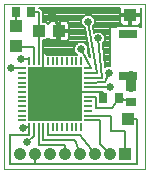
<source format=gtl>
G75*
%MOIN*%
%OFA0B0*%
%FSLAX25Y25*%
%IPPOS*%
%LPD*%
%AMOC8*
5,1,8,0,0,1.08239X$1,22.5*
%
%ADD10C,0.00000*%
%ADD11R,0.04331X0.03937*%
%ADD12R,0.02756X0.03543*%
%ADD13R,0.04200X0.04200*%
%ADD14C,0.04200*%
%ADD15R,0.03543X0.02756*%
%ADD16R,0.03937X0.04331*%
%ADD17R,0.18110X0.18110*%
%ADD18R,0.00787X0.02500*%
%ADD19R,0.02500X0.00787*%
%ADD20R,0.06299X0.03150*%
%ADD21C,0.00787*%
%ADD22R,0.02578X0.02578*%
%ADD23C,0.00800*%
%ADD24C,0.02578*%
%ADD25C,0.02400*%
%ADD26C,0.03200*%
D10*
X0002648Y0001394D02*
X0002648Y0056512D01*
X0049893Y0056512D01*
X0049893Y0001394D01*
X0002648Y0001394D01*
D11*
X0014302Y0047339D03*
X0020995Y0047339D03*
D12*
X0011940Y0053559D03*
X0006822Y0053559D03*
X0035956Y0024937D03*
X0041074Y0024937D03*
D13*
X0044263Y0017969D03*
X0043160Y0006394D03*
X0044932Y0052575D03*
D14*
X0038160Y0006394D03*
X0033160Y0006394D03*
X0028160Y0006394D03*
X0023160Y0006394D03*
X0018160Y0006394D03*
X0013160Y0006394D03*
X0008160Y0006394D03*
D15*
X0045011Y0023559D03*
X0045011Y0028677D03*
D16*
X0006900Y0042181D03*
X0006900Y0048874D03*
D17*
X0019814Y0026236D03*
D18*
X0020601Y0015213D03*
X0019026Y0015213D03*
X0017452Y0015213D03*
X0015877Y0015213D03*
X0014302Y0015213D03*
X0012727Y0015213D03*
X0011152Y0015213D03*
X0022176Y0015213D03*
X0023751Y0015213D03*
X0025326Y0015213D03*
X0026900Y0015213D03*
X0028475Y0015213D03*
X0028475Y0037260D03*
X0026900Y0037260D03*
X0025326Y0037260D03*
X0023751Y0037260D03*
X0022176Y0037260D03*
X0020601Y0037260D03*
X0019026Y0037260D03*
X0017452Y0037260D03*
X0015877Y0037260D03*
X0014302Y0037260D03*
X0012727Y0037260D03*
X0011152Y0037260D03*
D19*
X0008790Y0034898D03*
X0008790Y0033323D03*
X0008790Y0031748D03*
X0008790Y0030173D03*
X0008790Y0028598D03*
X0008790Y0027024D03*
X0008790Y0025449D03*
X0008790Y0023874D03*
X0008790Y0022299D03*
X0008790Y0020724D03*
X0008790Y0019150D03*
X0008790Y0017575D03*
X0030837Y0017575D03*
X0030837Y0019150D03*
X0030837Y0020724D03*
X0030837Y0022299D03*
X0030837Y0023874D03*
X0030837Y0025449D03*
X0030837Y0027024D03*
X0030837Y0028598D03*
X0030837Y0030173D03*
X0030837Y0031748D03*
X0030837Y0033323D03*
X0030837Y0034898D03*
D20*
X0044105Y0032220D03*
X0044105Y0046394D03*
D21*
X0044626Y0049081D02*
X0042648Y0049081D01*
X0042294Y0049176D01*
X0041976Y0049360D01*
X0041717Y0049619D01*
X0041533Y0049937D01*
X0041438Y0050291D01*
X0041438Y0052268D01*
X0044626Y0052268D01*
X0045238Y0052268D01*
X0045238Y0049081D01*
X0047215Y0049081D01*
X0047570Y0049176D01*
X0047888Y0049360D01*
X0048147Y0049619D01*
X0048331Y0049937D01*
X0048426Y0050291D01*
X0048426Y0052268D01*
X0045238Y0052268D01*
X0045238Y0052881D01*
X0048426Y0052881D01*
X0048426Y0054858D01*
X0048356Y0055118D01*
X0048499Y0055118D01*
X0048499Y0048638D01*
X0047991Y0048638D01*
X0047666Y0048962D01*
X0040544Y0048962D01*
X0040220Y0048638D01*
X0038081Y0048638D01*
X0038081Y0035566D01*
X0036782Y0035566D01*
X0036584Y0035368D01*
X0035754Y0043239D01*
X0036467Y0043952D01*
X0036467Y0045843D01*
X0035129Y0047180D01*
X0033238Y0047180D01*
X0032870Y0046812D01*
X0032509Y0048932D01*
X0033120Y0049543D01*
X0033120Y0051434D01*
X0031783Y0052771D01*
X0029892Y0052771D01*
X0028555Y0051434D01*
X0028555Y0049543D01*
X0029803Y0048294D01*
X0031414Y0038827D01*
X0030703Y0040157D01*
X0030837Y0040291D01*
X0030837Y0042182D01*
X0029499Y0043519D01*
X0027608Y0043519D01*
X0026271Y0042182D01*
X0026271Y0040291D01*
X0027058Y0039504D01*
X0017248Y0039504D01*
X0017126Y0039625D01*
X0016808Y0039809D01*
X0016454Y0039904D01*
X0015877Y0039904D01*
X0015877Y0037260D01*
X0015877Y0037260D01*
X0015877Y0044268D01*
X0020995Y0044268D01*
X0020995Y0047339D01*
X0018908Y0053598D01*
X0018646Y0050701D02*
X0018292Y0050606D01*
X0017974Y0050422D01*
X0017714Y0050163D01*
X0017531Y0049845D01*
X0017461Y0049585D01*
X0017461Y0049719D01*
X0016879Y0050301D01*
X0015689Y0050301D01*
X0015689Y0054134D01*
X0014877Y0054946D01*
X0014311Y0054946D01*
X0014311Y0055118D01*
X0041508Y0055118D01*
X0041438Y0054858D01*
X0041438Y0052881D01*
X0044626Y0052881D01*
X0044626Y0052268D01*
X0044626Y0049081D01*
X0044626Y0049334D02*
X0045238Y0049334D01*
X0045238Y0050120D02*
X0044626Y0050120D01*
X0044626Y0050906D02*
X0045238Y0050906D01*
X0045238Y0051692D02*
X0044626Y0051692D01*
X0044626Y0052478D02*
X0032076Y0052478D01*
X0032862Y0051692D02*
X0041438Y0051692D01*
X0041438Y0050906D02*
X0033120Y0050906D01*
X0033120Y0050120D02*
X0041484Y0050120D01*
X0042020Y0049334D02*
X0032912Y0049334D01*
X0032575Y0048548D02*
X0038081Y0048548D01*
X0038081Y0047763D02*
X0032708Y0047763D01*
X0032842Y0046977D02*
X0033035Y0046977D01*
X0034184Y0044898D02*
X0035562Y0031827D01*
X0030837Y0031748D01*
X0030837Y0030173D02*
X0036585Y0030409D01*
X0037727Y0033283D01*
X0038081Y0035974D02*
X0036520Y0035974D01*
X0036437Y0036760D02*
X0038081Y0036760D01*
X0038081Y0037546D02*
X0036354Y0037546D01*
X0036271Y0038332D02*
X0038081Y0038332D01*
X0038081Y0039118D02*
X0036188Y0039118D01*
X0036105Y0039903D02*
X0038081Y0039903D01*
X0038081Y0040689D02*
X0036023Y0040689D01*
X0035940Y0041475D02*
X0038081Y0041475D01*
X0038081Y0042261D02*
X0035857Y0042261D01*
X0035774Y0043047D02*
X0038081Y0043047D01*
X0038081Y0043833D02*
X0036347Y0043833D01*
X0036467Y0044619D02*
X0038081Y0044619D01*
X0038081Y0045405D02*
X0036467Y0045405D01*
X0036119Y0046191D02*
X0038081Y0046191D01*
X0038081Y0046977D02*
X0035333Y0046977D01*
X0030837Y0050488D02*
X0033751Y0033362D01*
X0030837Y0033323D01*
X0030837Y0034898D02*
X0031940Y0034898D01*
X0028554Y0041236D01*
X0027137Y0043047D02*
X0015689Y0043047D01*
X0015689Y0042261D02*
X0026351Y0042261D01*
X0026271Y0041475D02*
X0015689Y0041475D01*
X0015689Y0040689D02*
X0026271Y0040689D01*
X0026659Y0039903D02*
X0016454Y0039903D01*
X0015877Y0039903D02*
X0015877Y0039903D01*
X0015877Y0039904D02*
X0015689Y0039904D01*
X0015689Y0044376D01*
X0016879Y0044376D01*
X0017461Y0044958D01*
X0017461Y0045093D01*
X0017531Y0044832D01*
X0017714Y0044514D01*
X0017974Y0044255D01*
X0018292Y0044071D01*
X0018646Y0043976D01*
X0020601Y0043976D01*
X0020601Y0046945D01*
X0021389Y0046945D01*
X0021389Y0047732D01*
X0024554Y0047732D01*
X0024554Y0049491D01*
X0024459Y0049845D01*
X0024275Y0050163D01*
X0024016Y0050422D01*
X0023698Y0050606D01*
X0023344Y0050701D01*
X0021389Y0050701D01*
X0021389Y0047732D01*
X0020601Y0047732D01*
X0020601Y0050701D01*
X0018646Y0050701D01*
X0017690Y0050120D02*
X0017059Y0050120D01*
X0015689Y0050906D02*
X0028555Y0050906D01*
X0028555Y0050120D02*
X0024300Y0050120D01*
X0024554Y0049334D02*
X0028763Y0049334D01*
X0029549Y0048548D02*
X0024554Y0048548D01*
X0024554Y0047763D02*
X0029894Y0047763D01*
X0030027Y0046977D02*
X0021389Y0046977D01*
X0021389Y0046945D02*
X0024554Y0046945D01*
X0024554Y0045187D01*
X0024459Y0044832D01*
X0024275Y0044514D01*
X0024016Y0044255D01*
X0023698Y0044071D01*
X0023344Y0043976D01*
X0021389Y0043976D01*
X0021389Y0046945D01*
X0020995Y0047339D02*
X0022333Y0048677D01*
X0021389Y0048548D02*
X0020601Y0048548D01*
X0020601Y0047763D02*
X0021389Y0047763D01*
X0021389Y0049334D02*
X0020601Y0049334D01*
X0020601Y0050120D02*
X0021389Y0050120D01*
X0021389Y0046191D02*
X0020601Y0046191D01*
X0020601Y0045405D02*
X0021389Y0045405D01*
X0021389Y0044619D02*
X0020601Y0044619D01*
X0017654Y0044619D02*
X0017121Y0044619D01*
X0015689Y0043833D02*
X0030562Y0043833D01*
X0030696Y0043047D02*
X0029971Y0043047D01*
X0030757Y0042261D02*
X0030830Y0042261D01*
X0030837Y0041475D02*
X0030963Y0041475D01*
X0030837Y0040689D02*
X0031097Y0040689D01*
X0031231Y0039903D02*
X0030839Y0039903D01*
X0031259Y0039118D02*
X0031364Y0039118D01*
X0030429Y0044619D02*
X0024336Y0044619D01*
X0024554Y0045405D02*
X0030295Y0045405D01*
X0030161Y0046191D02*
X0024554Y0046191D01*
X0028813Y0051692D02*
X0015689Y0051692D01*
X0015689Y0052478D02*
X0029599Y0052478D01*
X0041438Y0053264D02*
X0015689Y0053264D01*
X0015689Y0054050D02*
X0041438Y0054050D01*
X0041438Y0054836D02*
X0014987Y0054836D01*
X0014302Y0053559D02*
X0014302Y0047339D01*
X0014302Y0037260D01*
X0014341Y0037260D01*
X0015877Y0037260D02*
X0015877Y0039904D01*
X0015877Y0039118D02*
X0015877Y0039118D01*
X0015877Y0038332D02*
X0015877Y0038332D01*
X0015877Y0037546D02*
X0015877Y0037546D01*
X0012767Y0037260D02*
X0012767Y0042142D01*
X0006900Y0042142D01*
X0006900Y0042181D01*
X0008436Y0038008D02*
X0011231Y0038008D01*
X0011152Y0037260D01*
X0011192Y0037260D01*
X0011192Y0038126D01*
X0012727Y0037260D02*
X0012767Y0037260D01*
X0008790Y0034898D02*
X0005050Y0034898D01*
X0011034Y0026630D02*
X0019420Y0026630D01*
X0019420Y0025843D01*
X0011034Y0025843D01*
X0011034Y0026630D01*
X0011034Y0026543D02*
X0019420Y0026543D01*
X0022452Y0022811D02*
X0026152Y0026984D01*
X0030837Y0026984D01*
X0030837Y0027024D01*
X0035956Y0027024D01*
X0035956Y0024937D01*
X0033554Y0025449D02*
X0033554Y0021709D01*
X0038908Y0021709D01*
X0041074Y0024937D01*
X0045011Y0023559D01*
X0041074Y0024937D02*
X0040759Y0025055D01*
X0038160Y0028638D02*
X0030837Y0028598D01*
X0030837Y0025449D02*
X0033554Y0025449D01*
X0030837Y0025449D02*
X0030837Y0025409D01*
X0030837Y0019150D02*
X0038554Y0019110D01*
X0038475Y0014425D01*
X0038475Y0013953D01*
X0043160Y0013953D01*
X0043160Y0006394D01*
X0047176Y0003126D02*
X0013160Y0003126D01*
X0013160Y0006394D01*
X0014341Y0009504D02*
X0023160Y0009504D01*
X0023160Y0006394D01*
X0028160Y0006394D02*
X0026546Y0011079D01*
X0015877Y0011079D01*
X0015877Y0015213D01*
X0014341Y0015213D02*
X0014341Y0009504D01*
X0012727Y0012181D02*
X0010601Y0010213D01*
X0011113Y0012811D02*
X0004932Y0012811D01*
X0004932Y0003126D01*
X0013160Y0003126D01*
X0012727Y0012181D02*
X0012727Y0015213D01*
X0011152Y0015213D02*
X0011113Y0015213D01*
X0011113Y0012811D01*
X0011152Y0015213D02*
X0008987Y0015173D01*
X0004932Y0012850D02*
X0004932Y0012811D01*
X0014302Y0015213D02*
X0014341Y0015213D01*
X0017452Y0015213D02*
X0017452Y0012772D01*
X0028121Y0012772D01*
X0033160Y0006394D01*
X0044263Y0017969D02*
X0047176Y0017969D01*
X0047176Y0003126D01*
X0015089Y0047614D02*
X0014302Y0047339D01*
X0015089Y0047654D01*
X0014302Y0053559D02*
X0011940Y0053559D01*
X0006822Y0053559D02*
X0006822Y0048874D01*
X0006900Y0048874D01*
X0045238Y0052478D02*
X0048499Y0052478D01*
X0048499Y0051692D02*
X0048426Y0051692D01*
X0048426Y0050906D02*
X0048499Y0050906D01*
X0048499Y0050120D02*
X0048380Y0050120D01*
X0048499Y0049334D02*
X0047844Y0049334D01*
X0048426Y0053264D02*
X0048499Y0053264D01*
X0048499Y0054050D02*
X0048426Y0054050D01*
X0048426Y0054836D02*
X0048499Y0054836D01*
D22*
X0026743Y0022575D03*
X0026861Y0019268D03*
X0022530Y0019189D03*
X0022452Y0022811D03*
X0017885Y0023362D03*
X0017806Y0026591D03*
X0017924Y0029701D03*
X0013751Y0029583D03*
X0013711Y0026472D03*
X0013948Y0023362D03*
X0018908Y0053598D03*
D23*
X0015877Y0037260D02*
X0015877Y0034976D01*
X0016585Y0034268D01*
X0016585Y0028835D01*
X0017806Y0026591D01*
X0030837Y0017575D02*
X0034774Y0017575D01*
X0034774Y0009780D01*
X0038160Y0006394D01*
D24*
X0038160Y0028638D03*
X0037727Y0033283D03*
X0028554Y0041236D03*
X0034184Y0044898D03*
X0030837Y0050488D03*
X0008436Y0038008D03*
X0005050Y0034898D03*
X0008987Y0015173D03*
X0010601Y0010213D03*
D25*
X0044105Y0032220D02*
X0045011Y0032220D01*
D26*
X0045011Y0028677D01*
M02*

</source>
